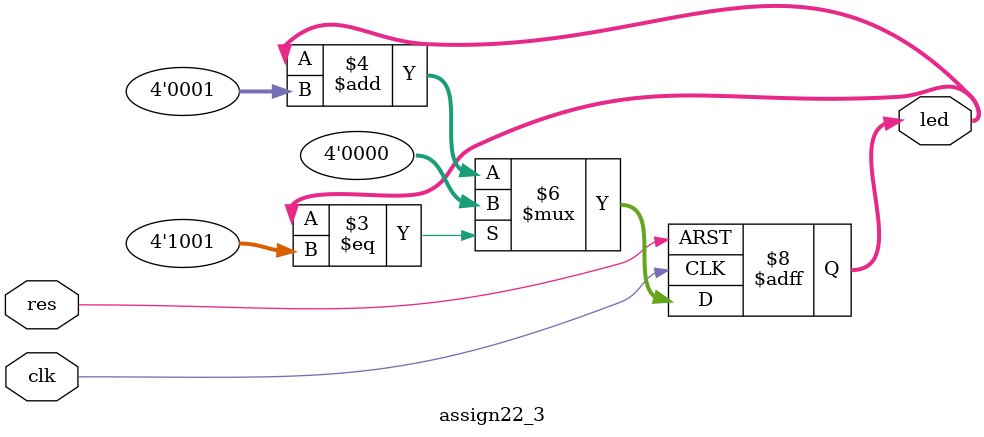
<source format=v>
module assign22_3(clk, res, led);
    input clk, res;
    output [3:0] led;

    reg [3:0] led;

    always @(posedge clk or negedge res)begin
        if(res == 1'b0)
            led <= 4'd0;
        else if(led == 4'd9)
            led <= 4'd0;
        else
            led <= led + 4'd1;
    end
endmodule

</source>
